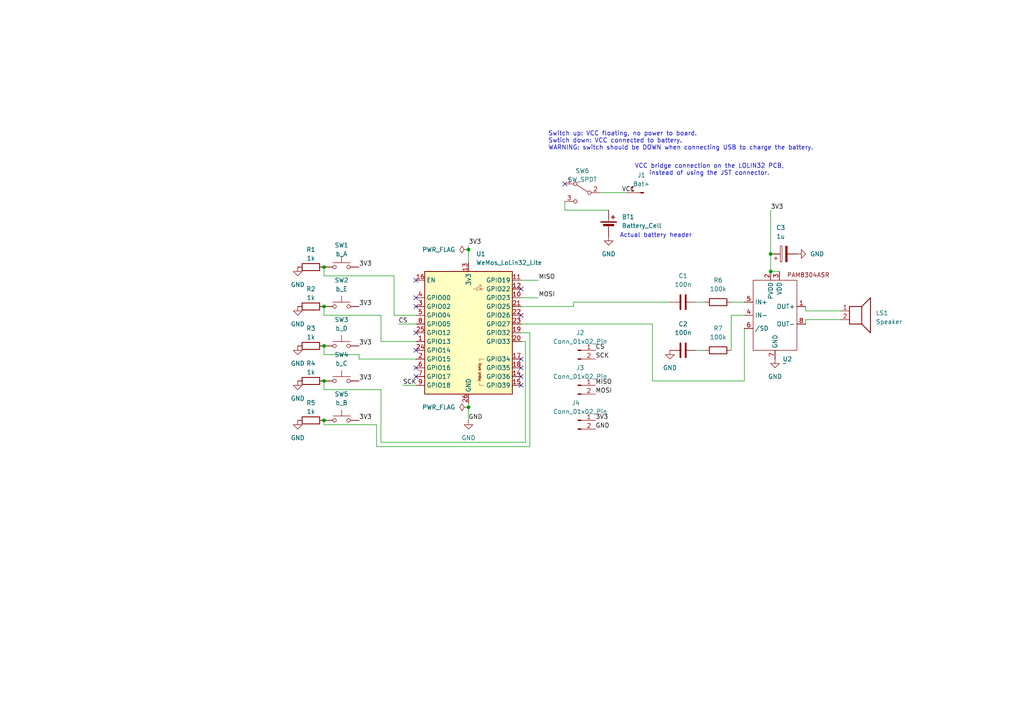
<source format=kicad_sch>
(kicad_sch (version 20231120) (generator "eeschema") (generator_version "8.0")
  (paper "A4")
  (lib_symbols
    (symbol "Connector:Conn_01x01_Pin" (pin_names (offset 1.016) hide)
      (property "Reference" "J" (at 0 2.54 0))
      (property "Value" "Conn_01x01_Pin" (at 0 -2.54 0))
      (symbol "Conn_01x01_Pin_1_1"
        (polyline (pts (xy 1.27 0) (xy 0.8636 0)) (stroke (width 0.1524)))
        (rectangle (start 0.8636 0.127) (end 0 -0.127) (stroke (width 0.1524)) (fill (type outline)))
        (pin passive line (at 5.08 0 180) (length 3.81) (name "Pin_1") (number "1"))
      )
    )
    (symbol "Connector:Conn_01x02_Pin" (pin_names (offset 1.016) hide)
      (property "Reference" "J" (at 0 2.54 0))
      (property "Value" "Conn_01x02_Pin" (at 0 -5.08 0))
      (symbol "Conn_01x02_Pin_1_1"
        (polyline (pts (xy 1.27 -2.54) (xy 0.8636 -2.54)) (stroke (width 0.1524)))
        (polyline (pts (xy 1.27 0) (xy 0.8636 0)) (stroke (width 0.1524)))
        (rectangle (start 0.8636 -2.413) (end 0 -2.667) (stroke (width 0.1524)) (fill (type outline)))
        (rectangle (start 0.8636 0.127) (end 0 -0.127) (stroke (width 0.1524)) (fill (type outline)))
        (pin passive line (at 5.08 0 180) (length 3.81) (name "Pin_1") (number "1"))
        (pin passive line (at 5.08 -2.54 180) (length 3.81) (name "Pin_2") (number "2"))
      )
    )
    (symbol "Custom_audio:PAM8304ASR"
      (property "Reference" "U" (at -7.366 -3.302 0))
      (symbol "PAM8304ASR_0_1"
        (rectangle (start -6.35 -5.08) (end 6.35 -25.4))
      )
      (symbol "PAM8304ASR_1_1"
        (text "PAM8304ASR" (at 9.652 -3.556 0) (effects (font (size 1.27 1.27))))
        (pin output line (at 8.89 -12.7 180) (length 2.54) (name "OUT+") (number "1"))
        (pin power_in line (at -1.27 -2.54 270) (length 2.54) (name "PVDD") (number "2"))
        (pin power_in line (at 1.27 -2.54 270) (length 2.54) (name "VDD") (number "3"))
        (pin input line (at -8.89 -15.24 0) (length 2.54) (name "IN-") (number "4"))
        (pin input line (at -8.89 -11.43 0) (length 2.54) (name "IN+") (number "5"))
        (pin input line (at -8.89 -19.05 0) (length 2.54) (name "/SD") (number "6"))
        (pin power_in line (at 0 -27.94 90) (length 2.54) (name "GND") (number "7"))
        (pin output line (at 8.89 -17.78 180) (length 2.54) (name "OUT-") (number "8"))
      )
    )
    (symbol "Device:Battery_Cell" (pin_numbers hide) (pin_names (offset 0) hide)
      (property "Reference" "BT" (at 2.54 2.54 0))
      (property "Value" "Battery_Cell" (at 2.54 0 0))
      (symbol "Battery_Cell_0_1"
        (rectangle (start -2.286 1.778) (end 2.286 1.524) (fill (type outline)))
        (rectangle (start -1.524 1.016) (end 1.524 0.508) (fill (type outline)))
        (polyline (pts (xy 0 0.762) (xy 0 0)))
        (polyline (pts (xy 0 1.778) (xy 0 2.54)))
        (polyline (pts (xy 0.762 3.048) (xy 1.778 3.048)) (stroke (width 0.254)))
        (polyline (pts (xy 1.27 3.556) (xy 1.27 2.54)) (stroke (width 0.254)))
      )
      (symbol "Battery_Cell_1_1"
        (pin passive line (at 0 5.08 270) (length 2.54) (name "+") (number "1"))
        (pin passive line (at 0 -2.54 90) (length 2.54) (name "-") (number "2"))
      )
    )
    (symbol "Device:C" (pin_numbers hide) (pin_names (offset 0.254))
      (property "Reference" "C" (at 0.635 2.54 0))
      (property "Value" "C" (at 0.635 -2.54 0))
      (symbol "C_0_1"
        (polyline (pts (xy -2.032 -0.762) (xy 2.032 -0.762)) (stroke (width 0.508)))
        (polyline (pts (xy -2.032 0.762) (xy 2.032 0.762)) (stroke (width 0.508)))
      )
      (symbol "C_1_1"
        (pin passive line (at 0 3.81 270) (length 2.794) (name "~") (number "1"))
        (pin passive line (at 0 -3.81 90) (length 2.794) (name "~") (number "2"))
      )
    )
    (symbol "Device:C_Polarized" (pin_numbers hide) (pin_names (offset 0.254))
      (property "Reference" "C" (at 0.635 2.54 0))
      (property "Value" "C_Polarized" (at 0.635 -2.54 0))
      (symbol "C_Polarized_0_1"
        (rectangle (start -2.286 0.508) (end 2.286 1.016))
        (polyline (pts (xy -1.778 2.286) (xy -0.762 2.286)))
        (polyline (pts (xy -1.27 2.794) (xy -1.27 1.778)))
        (rectangle (start 2.286 -0.508) (end -2.286 -1.016) (fill (type outline)))
      )
      (symbol "C_Polarized_1_1"
        (pin passive line (at 0 3.81 270) (length 2.794) (name "~") (number "1"))
        (pin passive line (at 0 -3.81 90) (length 2.794) (name "~") (number "2"))
      )
    )
    (symbol "Device:R" (pin_numbers hide) (pin_names (offset 0))
      (property "Reference" "R" (at 2.032 0 90))
      (property "Value" "R" (at 0 0 90))
      (symbol "R_0_1"
        (rectangle (start -1.016 -2.54) (end 1.016 2.54) (stroke (width 0.254)))
      )
      (symbol "R_1_1"
        (pin passive line (at 0 3.81 270) (length 1.27) (name "~") (number "1"))
        (pin passive line (at 0 -3.81 90) (length 1.27) (name "~") (number "2"))
      )
    )
    (symbol "Device:Speaker" (pin_names (offset 0) hide)
      (property "Reference" "LS" (at 1.27 5.715 0))
      (property "Value" "Speaker" (at 1.27 3.81 0))
      (symbol "Speaker_0_0"
        (rectangle (start -2.54 1.27) (end 1.016 -3.81) (stroke (width 0.254)))
        (polyline (pts (xy 1.016 1.27) (xy 3.556 3.81) (xy 3.556 -6.35) (xy 1.016 -3.81)) (stroke (width 0.254)))
      )
      (symbol "Speaker_1_1"
        (pin input line (at -5.08 0 0) (length 2.54) (name "1") (number "1"))
        (pin input line (at -5.08 -2.54 0) (length 2.54) (name "2") (number "2"))
      )
    )
    (symbol "GND_1" (power) (pin_numbers hide) (pin_names (offset 0) hide)
      (property "Value" "GND" (at 0 -3.81 0))
      (symbol "GND_1_0_1"
        (polyline (pts (xy 0 0) (xy 0 -1.27) (xy 1.27 -1.27) (xy 0 -2.54) (xy -1.27 -1.27) (xy 0 -1.27)))
      )
      (symbol "GND_1_1_1"
        (pin power_in line (at 0 0 270) (length 0) (name "~") (number "1"))
      )
    )
    (symbol "GND_2" (power) (pin_numbers hide) (pin_names (offset 0) hide)
      (property "Value" "GND" (at 0 -3.81 0))
      (symbol "GND_2_0_1"
        (polyline (pts (xy 0 0) (xy 0 -1.27) (xy 1.27 -1.27) (xy 0 -2.54) (xy -1.27 -1.27) (xy 0 -1.27)))
      )
      (symbol "GND_2_1_1"
        (pin power_in line (at 0 0 270) (length 0) (name "~") (number "1"))
      )
    )
    (symbol "GND_3" (power) (pin_numbers hide) (pin_names (offset 0) hide)
      (property "Value" "GND" (at 0 -3.81 0))
      (symbol "GND_3_0_1"
        (polyline (pts (xy 0 0) (xy 0 -1.27) (xy 1.27 -1.27) (xy 0 -2.54) (xy -1.27 -1.27) (xy 0 -1.27)))
      )
      (symbol "GND_3_1_1"
        (pin power_in line (at 0 0 270) (length 0) (name "~") (number "1"))
      )
    )
    (symbol "Switch:SW_Push" (pin_numbers hide) (pin_names (offset 1.016) hide)
      (property "Reference" "SW" (at 1.27 2.54 0))
      (property "Value" "SW_Push" (at 0 -1.524 0))
      (symbol "SW_Push_0_1"
        (circle (center -2.032 0) (radius 0.508))
        (polyline (pts (xy 0 1.27) (xy 0 3.048)))
        (polyline (pts (xy 2.54 1.27) (xy -2.54 1.27)))
        (circle (center 2.032 0) (radius 0.508))
        (pin passive line (at -5.08 0 0) (length 2.54) (name "1") (number "1"))
        (pin passive line (at 5.08 0 180) (length 2.54) (name "2") (number "2"))
      )
    )
    (symbol "Switch:SW_SPDT" (pin_names (offset 0) hide)
      (property "Reference" "SW" (at 0 4.318 0))
      (property "Value" "SW_SPDT" (at 0 -5.08 0))
      (symbol "SW_SPDT_0_0"
        (circle (center -2.032 0) (radius 0.508))
        (circle (center 2.032 -2.54) (radius 0.508))
      )
      (symbol "SW_SPDT_0_1"
        (polyline (pts (xy -1.524 0.254) (xy 1.651 2.286)))
        (circle (center 2.032 2.54) (radius 0.508))
      )
      (symbol "SW_SPDT_1_1"
        (pin passive line (at 5.08 2.54 180) (length 2.54) (name "A") (number "1"))
        (pin passive line (at -5.08 0 0) (length 2.54) (name "B") (number "2"))
        (pin passive line (at 5.08 -2.54 180) (length 2.54) (name "C") (number "3"))
      )
    )
    (symbol "lolin32:WeMos_LoLin32_Lite"
      (property "Reference" "U" (at 11.43 22.86 0))
      (property "Value" "WeMos_LoLin32_Lite" (at 12.7 20.32 0))
      (symbol "WeMos_LoLin32_Lite_0_0"
        (polyline (pts (xy 4.445 -15.24) (xy 3.175 -15.24) (xy 3.175 -14.605)) (stroke (width 0.0005)))
        (polyline (pts (xy 4.445 -7.62) (xy 3.175 -7.62) (xy 3.175 -8.255)) (stroke (width 0.0005)))
        (text "input only" (at 3.175 -11.43 900) (effects (font (size 0.7 0.7))))
      )
      (symbol "WeMos_LoLin32_Lite_0_1"
        (rectangle (start -12.7 17.78) (end 12.7 -17.78) (stroke (width 0.254)) (fill (type background)))
        (polyline (pts (xy 2.413 12.7) (xy 1.397 12.7)) (stroke (width 0.0005)))
        (polyline (pts (xy 2.921 13.462) (xy 3.429 13.97)) (stroke (width 0.0005)))
        (polyline (pts (xy 3.175 13.208) (xy 3.683 13.716)) (stroke (width 0.0005)))
        (polyline (pts (xy 3.683 12.7) (xy 4.445 12.7)) (stroke (width 0.0005)))
        (polyline (pts (xy 3.683 13.208) (xy 3.683 12.192)) (stroke (width 0.0005)))
        (polyline (pts (xy 3.302 13.97) (xy 3.429 13.97) (xy 3.429 13.843)) (stroke (width 0.0005)))
        (polyline (pts (xy 3.556 13.716) (xy 3.683 13.716) (xy 3.683 13.589)) (stroke (width 0.0005)))
        (polyline (pts (xy 2.413 13.208) (xy 2.413 12.192) (xy 3.683 12.7) (xy 2.413 13.208)) (stroke (width 0.0005)))
      )
      (symbol "WeMos_LoLin32_Lite_1_1"
        (pin bidirectional line (at -15.24 -2.54 0) (length 2.54) (name "GPIO13") (number "1"))
        (pin bidirectional line (at 15.24 10.16 180) (length 2.54) (name "GPIO23") (number "10"))
        (pin bidirectional line (at 15.24 15.24 180) (length 2.54) (name "GPIO19") (number "11"))
        (pin bidirectional line (at 15.24 12.7 180) (length 2.54) (name "GPIO22") (number "12"))
        (pin power_in line (at 0 20.32 270) (length 2.54) (name "3v3") (number "13"))
        (pin bidirectional line (at 15.24 -12.7 180) (length 2.54) (name "GPIO36") (number "14"))
        (pin bidirectional line (at 15.24 -15.24 180) (length 2.54) (name "GPIO39") (number "15"))
        (pin input line (at -15.24 15.24 0) (length 2.54) (name "EN") (number "16"))
        (pin bidirectional line (at 15.24 -7.62 180) (length 2.54) (name "GPIO34") (number "17"))
        (pin bidirectional line (at 15.24 -10.16 180) (length 2.54) (name "GPIO35") (number "18"))
        (pin bidirectional line (at 15.24 0 180) (length 2.54) (name "GPIO32") (number "19"))
        (pin bidirectional line (at -15.24 -7.62 0) (length 2.54) (name "GPIO15") (number "2"))
        (pin bidirectional line (at 15.24 -2.54 180) (length 2.54) (name "GPIO33") (number "20"))
        (pin bidirectional line (at 15.24 7.62 180) (length 2.54) (name "GPIO25") (number "21"))
        (pin bidirectional line (at 15.24 5.08 180) (length 2.54) (name "GPIO26") (number "22"))
        (pin bidirectional line (at 15.24 2.54 180) (length 2.54) (name "GPIO27") (number "23"))
        (pin bidirectional line (at -15.24 -5.08 0) (length 2.54) (name "GPIO14") (number "24"))
        (pin bidirectional line (at -15.24 0 0) (length 2.54) (name "GPIO12") (number "25"))
        (pin power_in line (at 0 -20.32 90) (length 2.54) (name "GND") (number "26"))
        (pin bidirectional line (at -15.24 7.62 0) (length 2.54) (name "GPIO02") (number "3"))
        (pin bidirectional line (at -15.24 10.16 0) (length 2.54) (name "GPIO00") (number "4"))
        (pin bidirectional line (at -15.24 5.08 0) (length 2.54) (name "GPIO04") (number "5"))
        (pin bidirectional line (at -15.24 -10.16 0) (length 2.54) (name "GPIO16") (number "6"))
        (pin bidirectional line (at -15.24 -12.7 0) (length 2.54) (name "GPIO17") (number "7"))
        (pin bidirectional line (at -15.24 2.54 0) (length 2.54) (name "GPIO05") (number "8"))
        (pin bidirectional line (at -15.24 -15.24 0) (length 2.54) (name "GPIO18") (number "9"))
      )
    )
    (symbol "power:GND" (power) (pin_names (offset 0))
      (property "Value" "GND" (at 0 -3.81 0))
      (symbol "GND_0_1"
        (polyline (pts (xy 0 0) (xy 0 -1.27) (xy 1.27 -1.27) (xy 0 -2.54) (xy -1.27 -1.27) (xy 0 -1.27)))
      )
      (symbol "GND_1_1"
        (pin power_in line (at 0 0 270) (length 0) hide (name "GND") (number "1"))
      )
    )
    (symbol "power:PWR_FLAG" (power) (pin_numbers hide) (pin_names (offset 0) hide)
      (property "Value" "PWR_FLAG" (at 0 3.81 0))
      (symbol "PWR_FLAG_0_0"
        (pin power_out line (at 0 0 90) (length 0) (name "pwr") (number "1"))
      )
      (symbol "PWR_FLAG_0_1"
        (polyline (pts (xy 0 0) (xy 0 1.27) (xy -1.016 1.905) (xy 0 2.54) (xy 1.016 1.905) (xy 0 1.27)))
      )
    )
  )
  (junction (at 135.89 72.39))
  (junction (at 223.52 78.74))
  (junction (at 93.98 77.47))
  (junction (at 93.98 88.9))
  (junction (at 223.52 73.66))
  (junction (at 93.98 100.33))
  (junction (at 135.89 118.11))
  (junction (at 93.98 121.92))
  (junction (at 93.98 110.49))
  (no_connect (at 151.13 111.76))
  (no_connect (at 163.83 53.34))
  (no_connect (at 120.65 81.28))
  (no_connect (at 151.13 109.22))
  (no_connect (at 120.65 109.22))
  (no_connect (at 151.13 83.82))
  (no_connect (at 120.65 106.68))
  (no_connect (at 151.13 106.68))
  (no_connect (at 120.65 96.52))
  (no_connect (at 120.65 86.36))
  (no_connect (at 120.65 88.9))
  (no_connect (at 151.13 104.14))
  (no_connect (at 120.65 101.6))
  (no_connect (at 151.13 91.44))
  (wire (pts (xy 135.89 72.39) (xy 135.89 76.2)))
  (wire (pts (xy 114.3 80.01) (xy 93.98 80.01)))
  (wire (pts (xy 151.13 93.98) (xy 189.23 93.98)))
  (wire (pts (xy 116.84 111.76) (xy 120.65 111.76)))
  (wire (pts (xy 93.98 110.49) (xy 93.98 113.03)))
  (wire (pts (xy 151.13 88.9) (xy 166.37 88.9)))
  (wire (pts (xy 233.68 90.17) (xy 233.68 88.9)))
  (wire (pts (xy 120.65 104.14) (xy 104.14 104.14)))
  (wire (pts (xy 109.22 123.19) (xy 93.98 123.19)))
  (wire (pts (xy 153.67 129.54) (xy 109.22 129.54)))
  (wire (pts (xy 120.65 99.06) (xy 110.49 99.06)))
  (wire (pts (xy 166.37 87.63) (xy 166.37 88.9)))
  (wire (pts (xy 151.13 96.52) (xy 153.67 96.52)))
  (wire (pts (xy 115.57 93.98) (xy 120.65 93.98)))
  (wire (pts (xy 243.84 90.17) (xy 233.68 90.17)))
  (wire (pts (xy 243.84 92.71) (xy 233.68 92.71)))
  (wire (pts (xy 152.4 99.06) (xy 152.4 128.27)))
  (wire (pts (xy 135.89 121.92) (xy 135.89 118.11)))
  (wire (pts (xy 114.3 91.44) (xy 120.65 91.44)))
  (wire (pts (xy 163.83 58.42) (xy 163.83 60.96)))
  (wire (pts (xy 176.53 60.96) (xy 163.83 60.96)))
  (wire (pts (xy 93.98 77.47) (xy 93.98 80.01)))
  (wire (pts (xy 215.9 95.25) (xy 215.9 110.49)))
  (wire (pts (xy 212.09 91.44) (xy 212.09 101.6)))
  (wire (pts (xy 223.52 73.66) (xy 223.52 78.74)))
  (wire (pts (xy 93.98 121.92) (xy 93.98 123.19)))
  (wire (pts (xy 212.09 87.63) (xy 215.9 87.63)))
  (wire (pts (xy 151.13 86.36) (xy 156.21 86.36)))
  (wire (pts (xy 110.49 91.44) (xy 110.49 99.06)))
  (wire (pts (xy 233.68 92.71) (xy 233.68 93.98)))
  (wire (pts (xy 109.22 129.54) (xy 109.22 123.19)))
  (wire (pts (xy 93.98 91.44) (xy 110.49 91.44)))
  (wire (pts (xy 151.13 81.28) (xy 156.21 81.28)))
  (wire (pts (xy 201.93 101.6) (xy 204.47 101.6)))
  (wire (pts (xy 135.89 118.11) (xy 135.89 116.84)))
  (wire (pts (xy 152.4 128.27) (xy 110.49 128.27)))
  (wire (pts (xy 135.89 71.12) (xy 135.89 72.39)))
  (wire (pts (xy 151.13 99.06) (xy 152.4 99.06)))
  (wire (pts (xy 223.52 78.74) (xy 226.06 78.74)))
  (wire (pts (xy 104.14 104.14) (xy 104.14 102.87)))
  (wire (pts (xy 215.9 91.44) (xy 212.09 91.44)))
  (wire (pts (xy 189.23 110.49) (xy 215.9 110.49)))
  (wire (pts (xy 93.98 100.33) (xy 93.98 102.87)))
  (wire (pts (xy 194.31 87.63) (xy 166.37 87.63)))
  (wire (pts (xy 201.93 87.63) (xy 204.47 87.63)))
  (wire (pts (xy 110.49 128.27) (xy 110.49 113.03)))
  (wire (pts (xy 110.49 113.03) (xy 93.98 113.03)))
  (wire (pts (xy 104.14 102.87) (xy 93.98 102.87)))
  (wire (pts (xy 114.3 80.01) (xy 114.3 91.44)))
  (wire (pts (xy 93.98 88.9) (xy 93.98 91.44)))
  (wire (pts (xy 223.52 60.96) (xy 223.52 73.66)))
  (wire (pts (xy 189.23 93.98) (xy 189.23 110.49)))
  (wire (pts (xy 153.67 96.52) (xy 153.67 129.54)))
  (wire (pts (xy 173.99 55.88) (xy 181.61 55.88)))
  (text "Actual battery header" (at 190.246 68.326 0) (effects (font (size 1.27 1.27))))
  (text "Switch up: VCC floating, no power to board.\nSwtich down: VCC connected to battery.\nWARNING: switch should be DOWN when connecting USB to charge the battery." (at 159.004 40.894 0) (effects (font (size 1.27 1.27)) (justify left)))
  (text "VCC bridge connection on the LOLIN32 PCB,\ninstead of using the JST connector." (at 205.74 49.276 0) (effects (font (size 1.27 1.27))))
  (label "GND" (at 135.89 121.92 0))
  (label "GND" (at 172.72 124.46 0))
  (label "3V3" (at 104.14 77.47 0))
  (label "CS" (at 172.72 101.6 0))
  (label "3V3" (at 104.14 100.33 0))
  (label "3V3" (at 104.14 88.9 0))
  (label "MOSI" (at 172.72 114.3 0))
  (label "VCC" (at 180.34 55.88 0))
  (label "3V3" (at 135.89 71.12 0))
  (label "MOSI" (at 156.21 86.36 0))
  (label "3V3" (at 104.14 110.49 0))
  (label "3V3" (at 223.52 60.96 0))
  (label "MISO" (at 172.72 111.76 0))
  (label "SCK" (at 172.72 104.14 0))
  (label "MISO" (at 156.21 81.28 0))
  (label "3V3" (at 172.72 121.92 0))
  (label "SCK" (at 116.84 111.76 0))
  (label "3V3" (at 104.14 121.92 0))
  (label "CS" (at 115.57 93.98 0))
  (symbol (lib_id "Switch:SW_Push") (at 99.06 88.9 0) (unit 1)
    (property "Reference" "SW2" (at 99.06 81.28 0))
    (property "Value" "b_E" (at 99.06 83.82 0))
    (property "Footprint" "Connector_PinHeader_2.54mm:PinHeader_1x02_P2.54mm_Vertical" (effects (hide yes)))
  )
  (symbol (lib_name "GND_1") (lib_id "power:GND") (at 224.79 104.14 0) (unit 1)
    (property "Reference" "#PWR08" (effects (hide yes)))
    (property "Value" "GND" (at 224.79 109.22 0))
    (property "Description" "Power symbol creates a global label with name \"GND\" , ground" (effects (hide yes)))
  )
  (symbol (lib_id "power:GND") (at 135.89 121.92 0) (unit 1)
    (property "Reference" "#PWR06" (effects (hide yes)))
    (property "Value" "GND" (at 135.89 127 0))
  )
  (symbol (lib_id "Device:R") (at 90.17 121.92 90) (unit 1)
    (property "Reference" "R5" (at 90.17 116.84 90))
    (property "Value" "1k" (at 90.17 119.38 90))
    (property "Footprint" "Resistor_SMD:R_1206_3216Metric_Pad1.30x1.75mm_HandSolder" (effects (hide yes)))
  )
  (symbol (lib_id "Device:R") (at 90.17 77.47 90) (unit 1)
    (property "Reference" "R1" (at 90.17 72.39 90))
    (property "Value" "1k" (at 90.17 74.93 90))
    (property "Footprint" "Resistor_SMD:R_1206_3216Metric_Pad1.30x1.75mm_HandSolder" (effects (hide yes)))
  )
  (symbol (lib_id "Switch:SW_Push") (at 99.06 121.92 0) (unit 1)
    (property "Reference" "SW5" (at 99.06 114.3 0))
    (property "Value" "b_B" (at 99.06 116.84 0))
    (property "Footprint" "Connector_PinHeader_2.54mm:PinHeader_1x02_P2.54mm_Vertical" (effects (hide yes)))
  )
  (symbol (lib_id "power:PWR_FLAG") (at 135.89 118.11 90) (unit 1)
    (property "Reference" "#FLG02" (effects (hide yes)))
    (property "Value" "PWR_FLAG" (at 132.08 118.11 90) (effects (justify left)))
  )
  (symbol (lib_id "Custom_audio:PAM8304ASR") (at 224.79 76.2 0) (unit 1)
    (property "Reference" "U2" (at 226.9841 104.14 0) (effects (justify left)))
    (property "Value" "~" (at 226.9841 105.41 0) (effects (justify left)))
    (property "Footprint" "Package_SO:MSOP-8_3x3mm_P0.65mm" (effects (hide yes)))
  )
  (symbol (lib_id "Device:R") (at 90.17 110.49 90) (unit 1)
    (property "Reference" "R4" (at 90.17 105.41 90))
    (property "Value" "1k" (at 90.17 107.95 90))
    (property "Footprint" "Resistor_SMD:R_1206_3216Metric_Pad1.30x1.75mm_HandSolder" (effects (hide yes)))
  )
  (symbol (lib_id "power:GND") (at 176.53 68.58 0) (unit 1)
    (property "Reference" "#PWR07" (effects (hide yes)))
    (property "Value" "GND" (at 176.53 73.66 0))
  )
  (symbol (lib_id "Switch:SW_Push") (at 99.06 110.49 0) (unit 1)
    (property "Reference" "SW4" (at 99.06 102.87 0))
    (property "Value" "b_C" (at 99.06 105.41 0))
    (property "Footprint" "Connector_PinHeader_2.54mm:PinHeader_1x02_P2.54mm_Vertical" (effects (hide yes)))
  )
  (symbol (lib_id "Switch:SW_Push") (at 99.06 100.33 0) (unit 1)
    (property "Reference" "SW3" (at 99.06 92.71 0))
    (property "Value" "b_D" (at 99.06 95.25 0))
    (property "Footprint" "Connector_PinHeader_2.54mm:PinHeader_1x02_P2.54mm_Vertical" (effects (hide yes)))
  )
  (symbol (lib_id "Device:C") (at 198.12 101.6 90) (unit 1)
    (property "Reference" "C2" (at 198.12 93.98 90))
    (property "Value" "100n" (at 198.12 96.52 90))
    (property "Footprint" "Capacitor_SMD:C_1206_3216Metric_Pad1.33x1.80mm_HandSolder" (effects (hide yes)))
    (property "Description" "Unpolarized capacitor" (effects (hide yes)))
  )
  (symbol (lib_id "Connector:Conn_01x01_Pin") (at 186.69 55.88 180) (unit 1)
    (property "Reference" "J1" (at 186.055 50.8 0))
    (property "Value" "Bat+" (at 186.055 53.34 0))
    (property "Footprint" "Connector_PinHeader_2.54mm:PinHeader_1x01_P2.54mm_Vertical" (effects (hide yes)))
  )
  (symbol (lib_id "Device:R") (at 208.28 101.6 90) (unit 1)
    (property "Reference" "R7" (at 208.28 95.25 90))
    (property "Value" "100k" (at 208.28 97.79 90))
    (property "Footprint" "Resistor_SMD:R_1206_3216Metric_Pad1.30x1.75mm_HandSolder" (effects (hide yes)))
    (property "Description" "Resistor" (effects (hide yes)))
  )
  (symbol (lib_id "power:GND") (at 86.36 88.9 0) (unit 1)
    (property "Reference" "#PWR02" (effects (hide yes)))
    (property "Value" "GND" (at 86.36 93.98 0))
  )
  (symbol (lib_id "power:GND") (at 86.36 77.47 0) (unit 1)
    (property "Reference" "#PWR01" (effects (hide yes)))
    (property "Value" "GND" (at 86.36 82.55 0))
  )
  (symbol (lib_id "power:PWR_FLAG") (at 135.89 72.39 90) (unit 1)
    (property "Reference" "#FLG01" (effects (hide yes)))
    (property "Value" "PWR_FLAG" (at 132.08 72.39 90) (effects (justify left)))
  )
  (symbol (lib_id "Device:Battery_Cell") (at 176.53 66.04 0) (unit 1)
    (property "Reference" "BT1" (at 180.34 62.9285 0) (effects (justify left)))
    (property "Value" "Battery_Cell" (at 180.34 65.4685 0) (effects (justify left)))
    (property "Footprint" "Connector_PinHeader_1.27mm:PinHeader_1x02_P1.27mm_Vertical" (effects (hide yes)))
  )
  (symbol (lib_id "Device:R") (at 90.17 88.9 90) (unit 1)
    (property "Reference" "R2" (at 90.17 83.82 90))
    (property "Value" "1k" (at 90.17 86.36 90))
    (property "Footprint" "Resistor_SMD:R_1206_3216Metric_Pad1.30x1.75mm_HandSolder" (effects (hide yes)))
  )
  (symbol (lib_id "power:GND") (at 86.36 110.49 0) (unit 1)
    (property "Reference" "#PWR04" (effects (hide yes)))
    (property "Value" "GND" (at 86.36 115.57 0))
  )
  (symbol (lib_name "GND_3") (lib_id "power:GND") (at 231.14 73.66 90) (unit 1)
    (property "Reference" "#PWR010" (effects (hide yes)))
    (property "Value" "GND" (at 234.95 73.6599 90) (effects (justify right)))
    (property "Description" "Power symbol creates a global label with name \"GND\" , ground" (effects (hide yes)))
  )
  (symbol (lib_id "Device:R") (at 208.28 87.63 90) (unit 1)
    (property "Reference" "R6" (at 208.28 81.28 90))
    (property "Value" "100k" (at 208.28 83.82 90))
    (property "Footprint" "Resistor_SMD:R_1206_3216Metric_Pad1.30x1.75mm_HandSolder" (effects (hide yes)))
    (property "Description" "Resistor" (effects (hide yes)))
  )
  (symbol (lib_id "Device:Speaker") (at 248.92 90.17 0) (unit 1)
    (property "Reference" "LS1" (at 254 90.805 0) (effects (justify left)))
    (property "Value" "Speaker" (at 254 93.345 0) (effects (justify left)))
    (property "Footprint" "Connector_PinHeader_1.27mm:PinHeader_1x02_P1.27mm_Vertical" (effects (hide yes)))
  )
  (symbol (lib_id "Device:C") (at 198.12 87.63 90) (unit 1)
    (property "Reference" "C1" (at 198.12 80.01 90))
    (property "Value" "100n" (at 198.12 82.55 90))
    (property "Footprint" "Capacitor_SMD:C_1206_3216Metric_Pad1.33x1.80mm_HandSolder" (effects (hide yes)))
    (property "Description" "Unpolarized capacitor" (effects (hide yes)))
  )
  (symbol (lib_id "Switch:SW_Push") (at 99.06 77.47 0) (unit 1)
    (property "Reference" "SW1" (at 99.06 71.12 0))
    (property "Value" "b_A" (at 99.06 73.66 0))
    (property "Footprint" "Connector_PinHeader_2.54mm:PinHeader_1x02_P2.54mm_Vertical" (effects (hide yes)))
  )
  (symbol (lib_id "Device:C_Polarized") (at 227.33 73.66 90) (unit 1)
    (property "Reference" "C3" (at 226.441 66.04 90))
    (property "Value" "1u" (at 226.441 68.58 90))
    (property "Footprint" "Capacitor_SMD:CP_Elec_4x3.9" (effects (hide yes)))
    (property "Description" "Polarized capacitor" (effects (hide yes)))
  )
  (symbol (lib_id "power:GND") (at 86.36 100.33 0) (unit 1)
    (property "Reference" "#PWR03" (effects (hide yes)))
    (property "Value" "GND" (at 86.36 105.41 0))
  )
  (symbol (lib_id "Switch:SW_SPDT") (at 168.91 55.88 0) (mirror y) (unit 1)
    (property "Reference" "SW6" (at 168.91 49.53 0))
    (property "Value" "SW_SPDT" (at 168.91 52.07 0))
    (property "Footprint" "Button_Switch_THT:SW_Slide_SPDT_Angled_CK_OS102011MA1Q" (effects (hide yes)))
  )
  (symbol (lib_id "Device:R") (at 90.17 100.33 90) (unit 1)
    (property "Reference" "R3" (at 90.17 95.25 90))
    (property "Value" "1k" (at 90.17 97.79 90))
    (property "Footprint" "Resistor_SMD:R_1206_3216Metric_Pad1.30x1.75mm_HandSolder" (effects (hide yes)))
  )
  (symbol (lib_name "GND_2") (lib_id "power:GND") (at 194.31 101.6 0) (unit 1)
    (property "Reference" "#PWR09" (effects (hide yes)))
    (property "Value" "GND" (at 194.31 106.68 0))
    (property "Description" "Power symbol creates a global label with name \"GND\" , ground" (effects (hide yes)))
  )
  (symbol (lib_id "Connector:Conn_01x02_Pin") (at 167.64 121.92 0) (unit 1)
    (property "Reference" "J4" (at 167.005 116.84 0))
    (property "Value" "Conn_01x02_Pin" (at 168.275 119.38 0))
    (property "Footprint" "Connector_PinHeader_2.54mm:PinHeader_1x02_P2.54mm_Vertical" (effects (hide yes)))
  )
  (symbol (lib_id "Connector:Conn_01x02_Pin") (at 167.64 101.6 0) (unit 1)
    (property "Reference" "J2" (at 168.275 96.52 0))
    (property "Value" "Conn_01x02_Pin" (at 168.275 99.06 0))
    (property "Footprint" "Connector_PinHeader_2.54mm:PinHeader_1x02_P2.54mm_Vertical" (effects (hide yes)))
  )
  (symbol (lib_id "lolin32:WeMos_LoLin32_Lite") (at 135.89 96.52 0) (unit 1)
    (property "Reference" "U1" (at 138.0841 73.66 0) (effects (justify left)))
    (property "Value" "WeMos_LoLin32_Lite" (at 138.0841 76.2 0) (effects (justify left)))
    (property "Footprint" "LOLIN32 Lite:WEMOS_LoLin32_Lite" (effects (hide yes)))
    (property "Datasheet" "https://www.wemos.cc/en/latest/d32/d32.html" (effects (hide yes)))
  )
  (symbol (lib_id "Connector:Conn_01x02_Pin") (at 167.64 111.76 0) (unit 1)
    (property "Reference" "J3" (at 168.275 106.68 0))
    (property "Value" "Conn_01x02_Pin" (at 168.275 109.22 0))
    (property "Footprint" "Connector_PinHeader_2.54mm:PinHeader_1x02_P2.54mm_Vertical" (effects (hide yes)))
  )
  (symbol (lib_id "power:GND") (at 86.36 121.92 0) (unit 1)
    (property "Reference" "#PWR05" (effects (hide yes)))
    (property "Value" "GND" (at 86.36 127 0))
  )
)
</source>
